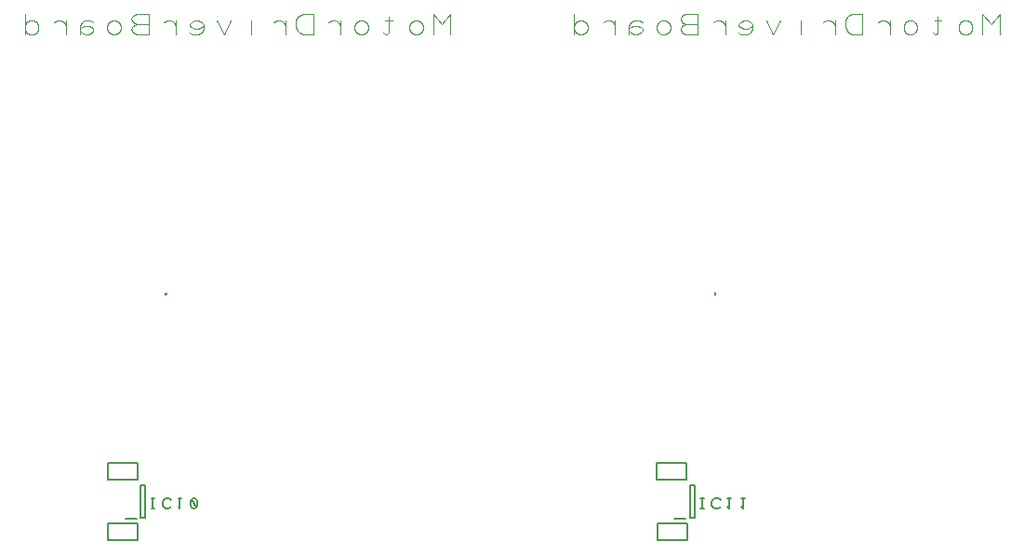
<source format=gbo>
G04 EasyPC Gerber Version 21.0.3 Build 4286 *
G04 #@! TF.Part,Single*
G04 #@! TF.FileFunction,Legend,Bot *
G04 #@! TF.FilePolarity,Positive *
%FSLAX45Y45*%
%MOIN*%
%ADD18C,0.00276*%
%ADD70C,0.00500*%
%ADD20C,0.00787*%
%ADD71C,0.01000*%
X0Y0D02*
D02*
D18*
X181839Y230457D02*
Y237839D01*
X178763Y234148*
X175687Y237839*
Y230457*
X171996Y232302D02*
X171381Y231072D01*
X170150Y230457*
X168920*
X167690Y231072*
X167075Y232302*
Y233533*
X167690Y234763*
X168920Y235378*
X170150*
X171381Y234763*
X171996Y233533*
Y232302*
X160923Y235378D02*
X158463D01*
X159693Y236609D02*
Y231072D01*
X159078Y230457*
X158463*
X157847Y231072*
X152311Y232302D02*
X151696Y231072D01*
X150465Y230457*
X149235*
X148005Y231072*
X147390Y232302*
Y233533*
X148005Y234763*
X149235Y235378*
X150465*
X151696Y234763*
X152311Y233533*
Y232302*
X142469Y230457D02*
Y235378D01*
Y233533D02*
X141853Y234763D01*
X140623Y235378*
X139393*
X138162Y234763*
X132626Y230457D02*
Y237839D01*
X128935*
X127705Y237224*
X127089Y236609*
X126474Y235378*
Y232918*
X127089Y231687*
X127705Y231072*
X128935Y230457*
X132626*
X122783D02*
Y235378D01*
Y233533D02*
X122168Y234763D01*
X120938Y235378*
X119707*
X118477Y234763*
X110480Y230457D02*
Y235378D01*
Y237224D02*
X103098Y235378*
X100638Y230457D01*
X98177Y235378*
X88335Y231072D02*
X88950Y230457D01*
X90180*
X91410*
X92641Y231072*
X93256Y232302*
Y234148*
X92641Y234763*
X91410Y235378*
X90180*
X88950Y234763*
X88335Y234148*
Y233533*
X88950Y232918*
X90180Y232302*
X91410*
X92641Y232918*
X93256Y233533*
X83413Y230457D02*
Y235378D01*
Y233533D02*
X82798Y234763D01*
X81568Y235378*
X80337*
X79107Y234763*
X69265Y234148D02*
X68034Y233533D01*
X67419Y232302*
X68034Y231072*
X69265Y230457*
X73571*
Y237839*
X69265*
X68034Y237224*
X67419Y235993*
X68034Y234763*
X69265Y234148*
X73571*
X63728Y232302D02*
X63113Y231072D01*
X61883Y230457*
X60652*
X59422Y231072*
X58807Y232302*
Y233533*
X59422Y234763*
X60652Y235378*
X61883*
X63113Y234763*
X63728Y233533*
Y232302*
X53886Y234763D02*
X52656Y235378D01*
X50810*
X49580Y234763*
X48965Y233533*
Y231687*
X49580Y231072*
X50810Y230457*
X52040*
X53270Y231072*
X53886Y231687*
Y232302*
X53270Y232918*
X52040Y233533*
X50810*
X49580Y232918*
X48965Y232302*
Y231687D02*
Y230457D01*
X44043D02*
Y235378D01*
Y233533D02*
X43428Y234763D01*
X42198Y235378*
X40967*
X39737Y234763*
X29280Y233533D02*
X29894Y234763D01*
X31125Y235378*
X32355*
X33585Y234763*
X34201Y233533*
Y232302*
X33585Y231072*
X32355Y230457*
X31125*
X29894Y231072*
X29280Y232302*
Y230457D02*
Y237839D01*
X378689Y230457D02*
Y237839D01*
X375613Y234148*
X372537Y237839*
Y230457*
X368846Y232302D02*
X368231Y231072D01*
X367001Y230457*
X365770*
X364540Y231072*
X363925Y232302*
Y233533*
X364540Y234763*
X365770Y235378*
X367001*
X368231Y234763*
X368846Y233533*
Y232302*
X357774Y235378D02*
X355313D01*
X356543Y236609D02*
Y231072D01*
X355928Y230457*
X355313*
X354698Y231072*
X349161Y232302D02*
X348546Y231072D01*
X347316Y230457*
X346085*
X344855Y231072*
X344240Y232302*
Y233533*
X344855Y234763*
X346085Y235378*
X347316*
X348546Y234763*
X349161Y233533*
Y232302*
X339319Y230457D02*
Y235378D01*
Y233533D02*
X338704Y234763D01*
X337473Y235378*
X336243*
X335013Y234763*
X329476Y230457D02*
Y237839D01*
X325785*
X324555Y237224*
X323940Y236609*
X323325Y235378*
Y232918*
X323940Y231687*
X324555Y231072*
X325785Y230457*
X329476*
X319634D02*
Y235378D01*
Y233533D02*
X319019Y234763D01*
X317788Y235378*
X316558*
X315328Y234763*
X307331Y230457D02*
Y235378D01*
Y237224D02*
X299949Y235378*
X297488Y230457D01*
X295028Y235378*
X285185Y231072D02*
X285800Y230457D01*
X287030*
X288261*
X289491Y231072*
X290106Y232302*
Y234148*
X289491Y234763*
X288261Y235378*
X287030*
X285800Y234763*
X285185Y234148*
Y233533*
X285800Y232918*
X287030Y232302*
X288261*
X289491Y232918*
X290106Y233533*
X280264Y230457D02*
Y235378D01*
Y233533D02*
X279648Y234763D01*
X278418Y235378*
X277188*
X275957Y234763*
X266115Y234148D02*
X264885Y233533D01*
X264270Y232302*
X264885Y231072*
X266115Y230457*
X270421*
Y237839*
X266115*
X264885Y237224*
X264270Y235993*
X264885Y234763*
X266115Y234148*
X270421*
X260579Y232302D02*
X259963Y231072D01*
X258733Y230457*
X257503*
X256272Y231072*
X255657Y232302*
Y233533*
X256272Y234763*
X257503Y235378*
X258733*
X259963Y234763*
X260579Y233533*
Y232302*
X250736Y234763D02*
X249506Y235378D01*
X247660*
X246430Y234763*
X245815Y233533*
Y231687*
X246430Y231072*
X247660Y230457*
X248891*
X250121Y231072*
X250736Y231687*
Y232302*
X250121Y232918*
X248891Y233533*
X247660*
X246430Y232918*
X245815Y232302*
Y231687D02*
Y230457D01*
X240894D02*
Y235378D01*
Y233533D02*
X240278Y234763D01*
X239048Y235378*
X237818*
X236587Y234763*
X226130Y233533D02*
X226745Y234763D01*
X227975Y235378*
X229206*
X230436Y234763*
X231051Y233533*
Y232302*
X230436Y231072*
X229206Y230457*
X227975*
X226745Y231072*
X226130Y232302*
Y230457D02*
Y237839D01*
D02*
D70*
X58943Y76699D02*
X69605D01*
Y70762*
X58943*
Y76699*
X59068Y54983D02*
X69730D01*
Y49046*
X59068*
Y54983*
X74572Y64057D02*
X75822D01*
X75197D02*
Y60307D01*
X74572D02*
X75822D01*
X81759Y63432D02*
X81447Y63744D01*
X80822Y64057*
X79884*
X79259Y63744*
X78947Y63432*
X78634Y62807*
Y61557*
X78947Y60932*
X79259Y60619*
X79884Y60307*
X80822*
X81447Y60619*
X81759Y60932*
X84259Y64057D02*
X85509D01*
X84884D02*
Y60307D01*
X84259Y60932*
X88947Y63744D02*
X89572Y64057D01*
X90197*
X90822Y63744*
X91134Y63119*
Y61244*
X90822Y60619*
X90197Y60307*
X89572*
X88947Y60619*
X88634Y61244*
Y63119*
X88947Y63744*
X90822Y60619*
X255794Y76699D02*
X266455D01*
Y70762*
X255794*
Y76699*
X255919Y54983D02*
X266580D01*
Y49046*
X255919*
Y54983*
X271422Y64057D02*
X272672D01*
X272047D02*
Y60307D01*
X271422D02*
X272672D01*
X278610Y63432D02*
X278297Y63744D01*
X277672Y64057*
X276735*
X276110Y63744*
X275797Y63432*
X275485Y62807*
Y61557*
X275797Y60932*
X276110Y60619*
X276735Y60307*
X277672*
X278297Y60619*
X278610Y60932*
X281110Y64057D02*
X282360D01*
X281735D02*
Y60307D01*
X281110Y60932*
X286110Y64057D02*
X287360D01*
X286735D02*
Y60307D01*
X286110Y60932*
D02*
D71*
X79842Y137096D02*
G75*
G02Y137459J181D01*
G01*
G75*
G02Y137096J-181*
G01*
X276692D02*
G75*
G02Y137459J181D01*
G01*
G75*
G02Y137096J-181*
G01*
D02*
D20*
X65240Y56830D02*
X69374D01*
X70752Y57164D02*
X72523D01*
Y68581*
X70752*
Y57164*
X262090Y56830D02*
X266224D01*
X267602Y57164D02*
X269374D01*
Y68581*
X267602*
Y57164*
X0Y0D02*
M02*

</source>
